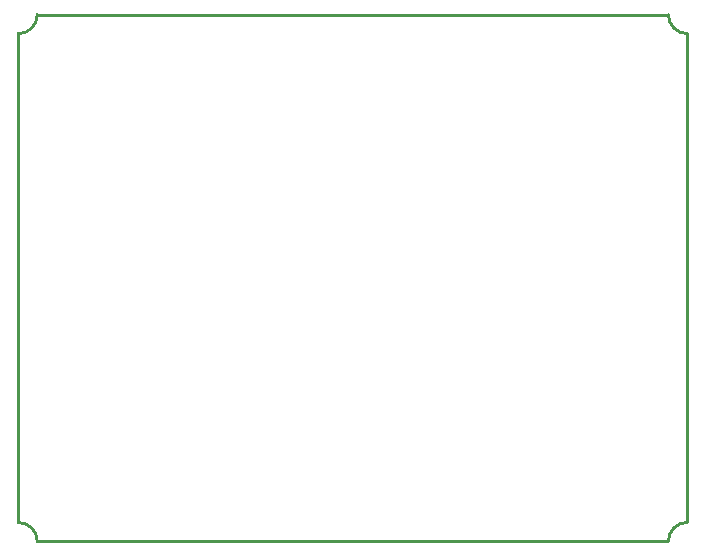
<source format=gko>
%FSLAX25Y25*%
%MOIN*%
G70*
G01*
G75*
G04 Layer_Color=16711935*
%ADD10R,0.15748X0.11024*%
%ADD11R,0.03937X0.02362*%
%ADD12R,0.08661X0.07874*%
%ADD13R,0.03543X0.04724*%
%ADD14R,0.08268X0.01575*%
%ADD15R,0.04724X0.03543*%
%ADD16R,0.09843X0.06299*%
%ADD17R,0.09843X0.02165*%
%ADD18R,0.02165X0.09843*%
%ADD19R,0.02165X0.06890*%
%ADD20R,0.06890X0.02165*%
%ADD21R,0.03150X0.07087*%
%ADD22R,0.07874X0.11811*%
%ADD23R,0.07874X0.09843*%
%ADD24R,0.01969X0.09843*%
%ADD25R,0.06890X0.05512*%
%ADD26R,0.04331X0.05906*%
%ADD27R,0.01693X0.07087*%
%ADD28R,0.07087X0.01063*%
%ADD29C,0.03937*%
%ADD30C,0.07874*%
%ADD31C,0.01969*%
%ADD32C,0.05906*%
%ADD33C,0.03150*%
%ADD34C,0.01181*%
%ADD35C,0.01575*%
%ADD36C,0.00984*%
%ADD37C,0.02953*%
%ADD38R,0.03228X0.07126*%
%ADD39R,0.07087X0.03543*%
%ADD40R,0.07126X0.02992*%
%ADD41R,0.07126X0.03071*%
%ADD42R,0.08307X0.06654*%
%ADD43R,0.07323X0.04764*%
%ADD44R,0.08268X0.06732*%
%ADD45R,0.07559X0.04646*%
%ADD46R,0.07677X0.05827*%
%ADD47R,0.06221X0.09764*%
%ADD48R,0.05906X0.16339*%
%ADD49C,0.07087*%
%ADD50C,0.03543*%
%ADD51C,0.05906*%
%ADD52R,0.05906X0.05906*%
%ADD53C,0.08032*%
%ADD54R,0.08032X0.08032*%
%ADD55C,0.02362*%
%ADD56R,0.07874X0.08661*%
%ADD57R,0.09488X0.23622*%
%ADD58R,0.06299X0.02362*%
%ADD59C,0.02362*%
%ADD60C,0.01000*%
%ADD61C,0.00787*%
%ADD62C,0.00100*%
D60*
X-500Y168689D02*
G03*
X5799Y174988I0J6299D01*
G01*
X216209D02*
G03*
X222508Y168689I6299J0D01*
G01*
Y5799D02*
G03*
X216209Y-500I0J-6299D01*
G01*
X5799D02*
G03*
X-500Y5799I-6299J0D01*
G01*
X5799Y-501D02*
X216209D01*
X222509Y5799D02*
Y168689D01*
X5799Y174990D02*
X216209D01*
X-501Y5799D02*
Y168689D01*
M02*

</source>
